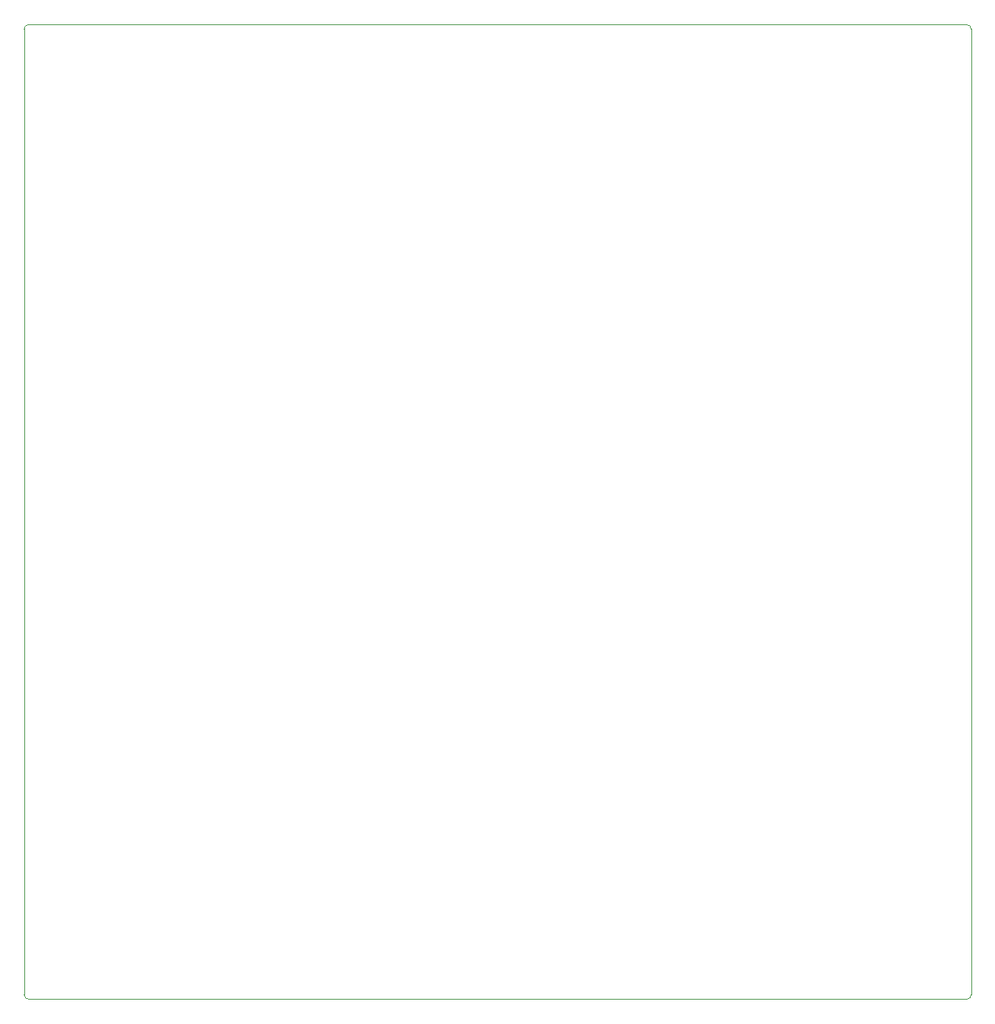
<source format=gbr>
%TF.GenerationSoftware,KiCad,Pcbnew,7.0.2*%
%TF.CreationDate,2024-12-03T13:42:34-08:00*%
%TF.ProjectId,AA_P_CtrlBd,41415f50-5f43-4747-926c-42642e6b6963,1.0*%
%TF.SameCoordinates,Original*%
%TF.FileFunction,Profile,NP*%
%FSLAX46Y46*%
G04 Gerber Fmt 4.6, Leading zero omitted, Abs format (unit mm)*
G04 Created by KiCad (PCBNEW 7.0.2) date 2024-12-03 13:42:34*
%MOMM*%
%LPD*%
G01*
G04 APERTURE LIST*
%TA.AperFunction,Profile*%
%ADD10C,0.100000*%
%TD*%
G04 APERTURE END LIST*
D10*
X89662000Y-145796000D02*
X89662000Y-35052000D01*
X90170000Y-34544000D02*
X197866000Y-34544000D01*
X198374000Y-35052000D02*
G75*
G03*
X197866000Y-34544000I-508000J0D01*
G01*
X90170000Y-34544000D02*
G75*
G03*
X89662000Y-35052000I0J-508000D01*
G01*
X197866000Y-146304000D02*
X90170000Y-146304000D01*
X198374000Y-35052000D02*
X198374000Y-145796000D01*
X89662000Y-145796000D02*
G75*
G03*
X90170000Y-146304000I508000J0D01*
G01*
X197866000Y-146304000D02*
G75*
G03*
X198374000Y-145796000I0J508000D01*
G01*
M02*

</source>
